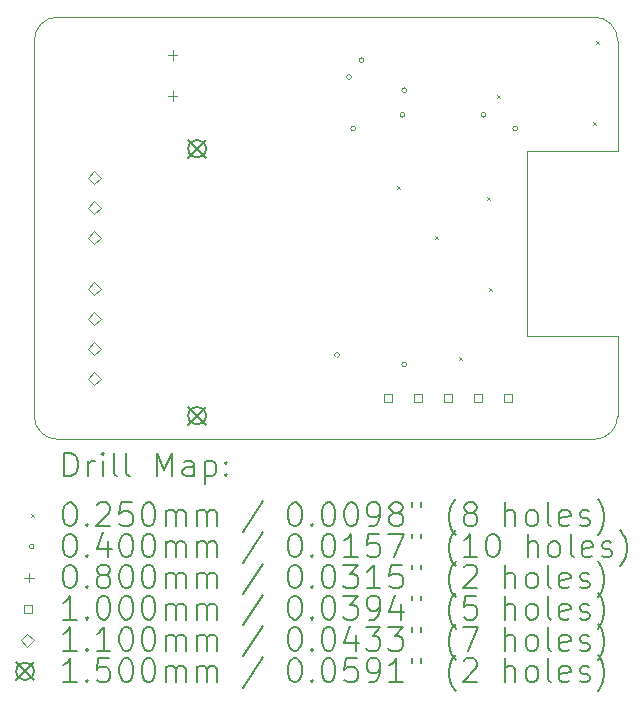
<source format=gbr>
%FSLAX45Y45*%
G04 Gerber Fmt 4.5, Leading zero omitted, Abs format (unit mm)*
G04 Created by KiCad (PCBNEW (6.0.1)) date 2022-11-28 18:30:30*
%MOMM*%
%LPD*%
G01*
G04 APERTURE LIST*
%TA.AperFunction,Profile*%
%ADD10C,0.050000*%
%TD*%
%ADD11C,0.200000*%
%ADD12C,0.025000*%
%ADD13C,0.040000*%
%ADD14C,0.080000*%
%ADD15C,0.100000*%
%ADD16C,0.110000*%
%ADD17C,0.150000*%
G04 APERTURE END LIST*
D10*
X-2474076Y-1607028D02*
G75*
G03*
X-2274076Y-1807028I200000J0D01*
G01*
X2266000Y-1807028D02*
G75*
G03*
X2466000Y-1607028I0J200000D01*
G01*
X2466000Y1570296D02*
G75*
G03*
X2266000Y1770296I-200000J0D01*
G01*
X1694826Y637148D02*
X1694826Y-931302D01*
X2466000Y637148D02*
X2466000Y1570296D01*
X2266000Y1770296D02*
X-2274076Y1770296D01*
X2466000Y-1607028D02*
X2466000Y-931405D01*
X-2474076Y1570296D02*
X-2474076Y-1607028D01*
X1694826Y-931302D02*
X2466000Y-931405D01*
X-2274076Y-1807028D02*
X2266000Y-1807028D01*
X2466000Y637148D02*
X1694826Y637148D01*
X-2274076Y1770296D02*
G75*
G03*
X-2474076Y1570296I0J-200000D01*
G01*
D11*
D12*
X595500Y339500D02*
X620500Y314500D01*
X620500Y339500D02*
X595500Y314500D01*
X918500Y-86500D02*
X943500Y-111500D01*
X943500Y-86500D02*
X918500Y-111500D01*
X1126500Y-1108500D02*
X1151500Y-1133500D01*
X1151500Y-1108500D02*
X1126500Y-1133500D01*
X1359500Y245500D02*
X1384500Y220500D01*
X1384500Y245500D02*
X1359500Y220500D01*
X1373500Y-522500D02*
X1398500Y-547500D01*
X1398500Y-522500D02*
X1373500Y-547500D01*
X1442500Y1108500D02*
X1467500Y1083500D01*
X1467500Y1108500D02*
X1442500Y1083500D01*
X2253500Y879500D02*
X2278500Y854500D01*
X2278500Y879500D02*
X2253500Y854500D01*
X2285500Y1567500D02*
X2310500Y1542500D01*
X2310500Y1567500D02*
X2285500Y1542500D01*
D13*
X109800Y-1090638D02*
G75*
G03*
X109800Y-1090638I-20000J0D01*
G01*
X211400Y1261280D02*
G75*
G03*
X211400Y1261280I-20000J0D01*
G01*
X246960Y824400D02*
G75*
G03*
X246960Y824400I-20000J0D01*
G01*
X318080Y1403520D02*
G75*
G03*
X318080Y1403520I-20000J0D01*
G01*
X663520Y941240D02*
G75*
G03*
X663520Y941240I-20000J0D01*
G01*
X678760Y1149520D02*
G75*
G03*
X678760Y1149520I-20000J0D01*
G01*
X678760Y-1172040D02*
G75*
G03*
X678760Y-1172040I-20000J0D01*
G01*
X678760Y-1172040D02*
G75*
G03*
X678760Y-1172040I-20000J0D01*
G01*
X1349320Y941240D02*
G75*
G03*
X1349320Y941240I-20000J0D01*
G01*
X1618560Y824400D02*
G75*
G03*
X1618560Y824400I-20000J0D01*
G01*
D14*
X-1302000Y1489735D02*
X-1302000Y1409735D01*
X-1342000Y1449735D02*
X-1262000Y1449735D01*
X-1302000Y1139735D02*
X-1302000Y1059735D01*
X-1342000Y1099735D02*
X-1262000Y1099735D01*
D15*
X558988Y-1494002D02*
X558988Y-1423290D01*
X488276Y-1423290D01*
X488276Y-1494002D01*
X558988Y-1494002D01*
X812988Y-1494002D02*
X812988Y-1423290D01*
X742276Y-1423290D01*
X742276Y-1494002D01*
X812988Y-1494002D01*
X1066988Y-1494002D02*
X1066988Y-1423290D01*
X996276Y-1423290D01*
X996276Y-1494002D01*
X1066988Y-1494002D01*
X1320988Y-1494002D02*
X1320988Y-1423290D01*
X1250276Y-1423290D01*
X1250276Y-1494002D01*
X1320988Y-1494002D01*
X1574988Y-1494002D02*
X1574988Y-1423290D01*
X1504276Y-1423290D01*
X1504276Y-1494002D01*
X1574988Y-1494002D01*
D16*
X-1967600Y352840D02*
X-1912600Y407840D01*
X-1967600Y462840D01*
X-2022600Y407840D01*
X-1967600Y352840D01*
X-1967600Y98840D02*
X-1912600Y153840D01*
X-1967600Y208840D01*
X-2022600Y153840D01*
X-1967600Y98840D01*
X-1967600Y-155160D02*
X-1912600Y-100160D01*
X-1967600Y-45160D01*
X-2022600Y-100160D01*
X-1967600Y-155160D01*
X-1967600Y-586960D02*
X-1912600Y-531960D01*
X-1967600Y-476960D01*
X-2022600Y-531960D01*
X-1967600Y-586960D01*
X-1967600Y-840960D02*
X-1912600Y-785960D01*
X-1967600Y-730960D01*
X-2022600Y-785960D01*
X-1967600Y-840960D01*
X-1967600Y-1094960D02*
X-1912600Y-1039960D01*
X-1967600Y-984960D01*
X-2022600Y-1039960D01*
X-1967600Y-1094960D01*
X-1967600Y-1348960D02*
X-1912600Y-1293960D01*
X-1967600Y-1238960D01*
X-2022600Y-1293960D01*
X-1967600Y-1348960D01*
D17*
X-1170000Y729200D02*
X-1020000Y579200D01*
X-1020000Y729200D02*
X-1170000Y579200D01*
X-1020000Y654200D02*
G75*
G03*
X-1020000Y654200I-75000J0D01*
G01*
X-1170000Y-1530800D02*
X-1020000Y-1680800D01*
X-1020000Y-1530800D02*
X-1170000Y-1680800D01*
X-1020000Y-1605800D02*
G75*
G03*
X-1020000Y-1605800I-75000J0D01*
G01*
D11*
X-2218957Y-2120004D02*
X-2218957Y-1920004D01*
X-2171338Y-1920004D01*
X-2142767Y-1929528D01*
X-2123719Y-1948576D01*
X-2114195Y-1967623D01*
X-2104671Y-2005718D01*
X-2104671Y-2034290D01*
X-2114195Y-2072385D01*
X-2123719Y-2091433D01*
X-2142767Y-2110480D01*
X-2171338Y-2120004D01*
X-2218957Y-2120004D01*
X-2018957Y-2120004D02*
X-2018957Y-1986671D01*
X-2018957Y-2024766D02*
X-2009433Y-2005718D01*
X-1999909Y-1996195D01*
X-1980862Y-1986671D01*
X-1961814Y-1986671D01*
X-1895147Y-2120004D02*
X-1895147Y-1986671D01*
X-1895147Y-1920004D02*
X-1904671Y-1929528D01*
X-1895147Y-1939052D01*
X-1885624Y-1929528D01*
X-1895147Y-1920004D01*
X-1895147Y-1939052D01*
X-1771338Y-2120004D02*
X-1790386Y-2110480D01*
X-1799909Y-2091433D01*
X-1799909Y-1920004D01*
X-1666576Y-2120004D02*
X-1685624Y-2110480D01*
X-1695147Y-2091433D01*
X-1695147Y-1920004D01*
X-1438005Y-2120004D02*
X-1438005Y-1920004D01*
X-1371338Y-2062861D01*
X-1304671Y-1920004D01*
X-1304671Y-2120004D01*
X-1123719Y-2120004D02*
X-1123719Y-2015242D01*
X-1133243Y-1996195D01*
X-1152290Y-1986671D01*
X-1190386Y-1986671D01*
X-1209433Y-1996195D01*
X-1123719Y-2110480D02*
X-1142767Y-2120004D01*
X-1190386Y-2120004D01*
X-1209433Y-2110480D01*
X-1218957Y-2091433D01*
X-1218957Y-2072385D01*
X-1209433Y-2053337D01*
X-1190386Y-2043814D01*
X-1142767Y-2043814D01*
X-1123719Y-2034290D01*
X-1028481Y-1986671D02*
X-1028481Y-2186671D01*
X-1028481Y-1996195D02*
X-1009433Y-1986671D01*
X-971338Y-1986671D01*
X-952290Y-1996195D01*
X-942766Y-2005718D01*
X-933243Y-2024766D01*
X-933243Y-2081909D01*
X-942766Y-2100957D01*
X-952290Y-2110480D01*
X-971338Y-2120004D01*
X-1009433Y-2120004D01*
X-1028481Y-2110480D01*
X-847528Y-2100957D02*
X-838005Y-2110480D01*
X-847528Y-2120004D01*
X-857052Y-2110480D01*
X-847528Y-2100957D01*
X-847528Y-2120004D01*
X-847528Y-1996195D02*
X-838005Y-2005718D01*
X-847528Y-2015242D01*
X-857052Y-2005718D01*
X-847528Y-1996195D01*
X-847528Y-2015242D01*
D12*
X-2501576Y-2437028D02*
X-2476576Y-2462028D01*
X-2476576Y-2437028D02*
X-2501576Y-2462028D01*
D11*
X-2180862Y-2340004D02*
X-2161814Y-2340004D01*
X-2142767Y-2349528D01*
X-2133243Y-2359052D01*
X-2123719Y-2378099D01*
X-2114195Y-2416195D01*
X-2114195Y-2463814D01*
X-2123719Y-2501909D01*
X-2133243Y-2520957D01*
X-2142767Y-2530480D01*
X-2161814Y-2540004D01*
X-2180862Y-2540004D01*
X-2199909Y-2530480D01*
X-2209433Y-2520957D01*
X-2218957Y-2501909D01*
X-2228481Y-2463814D01*
X-2228481Y-2416195D01*
X-2218957Y-2378099D01*
X-2209433Y-2359052D01*
X-2199909Y-2349528D01*
X-2180862Y-2340004D01*
X-2028481Y-2520957D02*
X-2018957Y-2530480D01*
X-2028481Y-2540004D01*
X-2038005Y-2530480D01*
X-2028481Y-2520957D01*
X-2028481Y-2540004D01*
X-1942766Y-2359052D02*
X-1933243Y-2349528D01*
X-1914195Y-2340004D01*
X-1866576Y-2340004D01*
X-1847528Y-2349528D01*
X-1838005Y-2359052D01*
X-1828481Y-2378099D01*
X-1828481Y-2397147D01*
X-1838005Y-2425718D01*
X-1952290Y-2540004D01*
X-1828481Y-2540004D01*
X-1647528Y-2340004D02*
X-1742766Y-2340004D01*
X-1752290Y-2435242D01*
X-1742766Y-2425718D01*
X-1723719Y-2416195D01*
X-1676100Y-2416195D01*
X-1657052Y-2425718D01*
X-1647528Y-2435242D01*
X-1638005Y-2454290D01*
X-1638005Y-2501909D01*
X-1647528Y-2520957D01*
X-1657052Y-2530480D01*
X-1676100Y-2540004D01*
X-1723719Y-2540004D01*
X-1742766Y-2530480D01*
X-1752290Y-2520957D01*
X-1514195Y-2340004D02*
X-1495147Y-2340004D01*
X-1476100Y-2349528D01*
X-1466576Y-2359052D01*
X-1457052Y-2378099D01*
X-1447528Y-2416195D01*
X-1447528Y-2463814D01*
X-1457052Y-2501909D01*
X-1466576Y-2520957D01*
X-1476100Y-2530480D01*
X-1495147Y-2540004D01*
X-1514195Y-2540004D01*
X-1533243Y-2530480D01*
X-1542766Y-2520957D01*
X-1552290Y-2501909D01*
X-1561814Y-2463814D01*
X-1561814Y-2416195D01*
X-1552290Y-2378099D01*
X-1542766Y-2359052D01*
X-1533243Y-2349528D01*
X-1514195Y-2340004D01*
X-1361814Y-2540004D02*
X-1361814Y-2406671D01*
X-1361814Y-2425718D02*
X-1352290Y-2416195D01*
X-1333243Y-2406671D01*
X-1304671Y-2406671D01*
X-1285624Y-2416195D01*
X-1276100Y-2435242D01*
X-1276100Y-2540004D01*
X-1276100Y-2435242D02*
X-1266576Y-2416195D01*
X-1247528Y-2406671D01*
X-1218957Y-2406671D01*
X-1199909Y-2416195D01*
X-1190386Y-2435242D01*
X-1190386Y-2540004D01*
X-1095148Y-2540004D02*
X-1095148Y-2406671D01*
X-1095148Y-2425718D02*
X-1085624Y-2416195D01*
X-1066576Y-2406671D01*
X-1038005Y-2406671D01*
X-1018957Y-2416195D01*
X-1009433Y-2435242D01*
X-1009433Y-2540004D01*
X-1009433Y-2435242D02*
X-999909Y-2416195D01*
X-980862Y-2406671D01*
X-952290Y-2406671D01*
X-933243Y-2416195D01*
X-923719Y-2435242D01*
X-923719Y-2540004D01*
X-533243Y-2330480D02*
X-704671Y-2587623D01*
X-276100Y-2340004D02*
X-257052Y-2340004D01*
X-238005Y-2349528D01*
X-228481Y-2359052D01*
X-218957Y-2378099D01*
X-209433Y-2416195D01*
X-209433Y-2463814D01*
X-218957Y-2501909D01*
X-228481Y-2520957D01*
X-238005Y-2530480D01*
X-257052Y-2540004D01*
X-276100Y-2540004D01*
X-295148Y-2530480D01*
X-304671Y-2520957D01*
X-314195Y-2501909D01*
X-323719Y-2463814D01*
X-323719Y-2416195D01*
X-314195Y-2378099D01*
X-304671Y-2359052D01*
X-295148Y-2349528D01*
X-276100Y-2340004D01*
X-123719Y-2520957D02*
X-114195Y-2530480D01*
X-123719Y-2540004D01*
X-133243Y-2530480D01*
X-123719Y-2520957D01*
X-123719Y-2540004D01*
X9614Y-2340004D02*
X28662Y-2340004D01*
X47710Y-2349528D01*
X57233Y-2359052D01*
X66757Y-2378099D01*
X76281Y-2416195D01*
X76281Y-2463814D01*
X66757Y-2501909D01*
X57233Y-2520957D01*
X47710Y-2530480D01*
X28662Y-2540004D01*
X9614Y-2540004D01*
X-9433Y-2530480D01*
X-18957Y-2520957D01*
X-28481Y-2501909D01*
X-38005Y-2463814D01*
X-38005Y-2416195D01*
X-28481Y-2378099D01*
X-18957Y-2359052D01*
X-9433Y-2349528D01*
X9614Y-2340004D01*
X200091Y-2340004D02*
X219138Y-2340004D01*
X238186Y-2349528D01*
X247710Y-2359052D01*
X257233Y-2378099D01*
X266757Y-2416195D01*
X266757Y-2463814D01*
X257233Y-2501909D01*
X247710Y-2520957D01*
X238186Y-2530480D01*
X219138Y-2540004D01*
X200091Y-2540004D01*
X181043Y-2530480D01*
X171519Y-2520957D01*
X161995Y-2501909D01*
X152472Y-2463814D01*
X152472Y-2416195D01*
X161995Y-2378099D01*
X171519Y-2359052D01*
X181043Y-2349528D01*
X200091Y-2340004D01*
X361995Y-2540004D02*
X400091Y-2540004D01*
X419138Y-2530480D01*
X428662Y-2520957D01*
X447710Y-2492385D01*
X457233Y-2454290D01*
X457233Y-2378099D01*
X447710Y-2359052D01*
X438186Y-2349528D01*
X419138Y-2340004D01*
X381043Y-2340004D01*
X361995Y-2349528D01*
X352472Y-2359052D01*
X342948Y-2378099D01*
X342948Y-2425718D01*
X352472Y-2444766D01*
X361995Y-2454290D01*
X381043Y-2463814D01*
X419138Y-2463814D01*
X438186Y-2454290D01*
X447710Y-2444766D01*
X457233Y-2425718D01*
X571519Y-2425718D02*
X552472Y-2416195D01*
X542948Y-2406671D01*
X533424Y-2387623D01*
X533424Y-2378099D01*
X542948Y-2359052D01*
X552472Y-2349528D01*
X571519Y-2340004D01*
X609614Y-2340004D01*
X628662Y-2349528D01*
X638186Y-2359052D01*
X647710Y-2378099D01*
X647710Y-2387623D01*
X638186Y-2406671D01*
X628662Y-2416195D01*
X609614Y-2425718D01*
X571519Y-2425718D01*
X552472Y-2435242D01*
X542948Y-2444766D01*
X533424Y-2463814D01*
X533424Y-2501909D01*
X542948Y-2520957D01*
X552472Y-2530480D01*
X571519Y-2540004D01*
X609614Y-2540004D01*
X628662Y-2530480D01*
X638186Y-2520957D01*
X647710Y-2501909D01*
X647710Y-2463814D01*
X638186Y-2444766D01*
X628662Y-2435242D01*
X609614Y-2425718D01*
X723900Y-2340004D02*
X723900Y-2378099D01*
X800091Y-2340004D02*
X800091Y-2378099D01*
X1095329Y-2616195D02*
X1085805Y-2606671D01*
X1066757Y-2578099D01*
X1057234Y-2559052D01*
X1047710Y-2530480D01*
X1038186Y-2482861D01*
X1038186Y-2444766D01*
X1047710Y-2397147D01*
X1057234Y-2368576D01*
X1066757Y-2349528D01*
X1085805Y-2320957D01*
X1095329Y-2311433D01*
X1200091Y-2425718D02*
X1181043Y-2416195D01*
X1171519Y-2406671D01*
X1161995Y-2387623D01*
X1161995Y-2378099D01*
X1171519Y-2359052D01*
X1181043Y-2349528D01*
X1200091Y-2340004D01*
X1238186Y-2340004D01*
X1257234Y-2349528D01*
X1266757Y-2359052D01*
X1276281Y-2378099D01*
X1276281Y-2387623D01*
X1266757Y-2406671D01*
X1257234Y-2416195D01*
X1238186Y-2425718D01*
X1200091Y-2425718D01*
X1181043Y-2435242D01*
X1171519Y-2444766D01*
X1161995Y-2463814D01*
X1161995Y-2501909D01*
X1171519Y-2520957D01*
X1181043Y-2530480D01*
X1200091Y-2540004D01*
X1238186Y-2540004D01*
X1257234Y-2530480D01*
X1266757Y-2520957D01*
X1276281Y-2501909D01*
X1276281Y-2463814D01*
X1266757Y-2444766D01*
X1257234Y-2435242D01*
X1238186Y-2425718D01*
X1514376Y-2540004D02*
X1514376Y-2340004D01*
X1600091Y-2540004D02*
X1600091Y-2435242D01*
X1590567Y-2416195D01*
X1571519Y-2406671D01*
X1542948Y-2406671D01*
X1523900Y-2416195D01*
X1514376Y-2425718D01*
X1723900Y-2540004D02*
X1704852Y-2530480D01*
X1695329Y-2520957D01*
X1685805Y-2501909D01*
X1685805Y-2444766D01*
X1695329Y-2425718D01*
X1704852Y-2416195D01*
X1723900Y-2406671D01*
X1752472Y-2406671D01*
X1771519Y-2416195D01*
X1781043Y-2425718D01*
X1790567Y-2444766D01*
X1790567Y-2501909D01*
X1781043Y-2520957D01*
X1771519Y-2530480D01*
X1752472Y-2540004D01*
X1723900Y-2540004D01*
X1904852Y-2540004D02*
X1885805Y-2530480D01*
X1876281Y-2511433D01*
X1876281Y-2340004D01*
X2057233Y-2530480D02*
X2038186Y-2540004D01*
X2000091Y-2540004D01*
X1981043Y-2530480D01*
X1971519Y-2511433D01*
X1971519Y-2435242D01*
X1981043Y-2416195D01*
X2000091Y-2406671D01*
X2038186Y-2406671D01*
X2057233Y-2416195D01*
X2066757Y-2435242D01*
X2066757Y-2454290D01*
X1971519Y-2473338D01*
X2142948Y-2530480D02*
X2161995Y-2540004D01*
X2200091Y-2540004D01*
X2219138Y-2530480D01*
X2228662Y-2511433D01*
X2228662Y-2501909D01*
X2219138Y-2482861D01*
X2200091Y-2473338D01*
X2171519Y-2473338D01*
X2152472Y-2463814D01*
X2142948Y-2444766D01*
X2142948Y-2435242D01*
X2152472Y-2416195D01*
X2171519Y-2406671D01*
X2200091Y-2406671D01*
X2219138Y-2416195D01*
X2295329Y-2616195D02*
X2304853Y-2606671D01*
X2323900Y-2578099D01*
X2333424Y-2559052D01*
X2342948Y-2530480D01*
X2352472Y-2482861D01*
X2352472Y-2444766D01*
X2342948Y-2397147D01*
X2333424Y-2368576D01*
X2323900Y-2349528D01*
X2304853Y-2320957D01*
X2295329Y-2311433D01*
D13*
X-2476576Y-2713528D02*
G75*
G03*
X-2476576Y-2713528I-20000J0D01*
G01*
D11*
X-2180862Y-2604004D02*
X-2161814Y-2604004D01*
X-2142767Y-2613528D01*
X-2133243Y-2623052D01*
X-2123719Y-2642099D01*
X-2114195Y-2680195D01*
X-2114195Y-2727814D01*
X-2123719Y-2765909D01*
X-2133243Y-2784957D01*
X-2142767Y-2794480D01*
X-2161814Y-2804004D01*
X-2180862Y-2804004D01*
X-2199909Y-2794480D01*
X-2209433Y-2784957D01*
X-2218957Y-2765909D01*
X-2228481Y-2727814D01*
X-2228481Y-2680195D01*
X-2218957Y-2642099D01*
X-2209433Y-2623052D01*
X-2199909Y-2613528D01*
X-2180862Y-2604004D01*
X-2028481Y-2784957D02*
X-2018957Y-2794480D01*
X-2028481Y-2804004D01*
X-2038005Y-2794480D01*
X-2028481Y-2784957D01*
X-2028481Y-2804004D01*
X-1847528Y-2670671D02*
X-1847528Y-2804004D01*
X-1895147Y-2594480D02*
X-1942766Y-2737338D01*
X-1818957Y-2737338D01*
X-1704671Y-2604004D02*
X-1685624Y-2604004D01*
X-1666576Y-2613528D01*
X-1657052Y-2623052D01*
X-1647528Y-2642099D01*
X-1638005Y-2680195D01*
X-1638005Y-2727814D01*
X-1647528Y-2765909D01*
X-1657052Y-2784957D01*
X-1666576Y-2794480D01*
X-1685624Y-2804004D01*
X-1704671Y-2804004D01*
X-1723719Y-2794480D01*
X-1733243Y-2784957D01*
X-1742766Y-2765909D01*
X-1752290Y-2727814D01*
X-1752290Y-2680195D01*
X-1742766Y-2642099D01*
X-1733243Y-2623052D01*
X-1723719Y-2613528D01*
X-1704671Y-2604004D01*
X-1514195Y-2604004D02*
X-1495147Y-2604004D01*
X-1476100Y-2613528D01*
X-1466576Y-2623052D01*
X-1457052Y-2642099D01*
X-1447528Y-2680195D01*
X-1447528Y-2727814D01*
X-1457052Y-2765909D01*
X-1466576Y-2784957D01*
X-1476100Y-2794480D01*
X-1495147Y-2804004D01*
X-1514195Y-2804004D01*
X-1533243Y-2794480D01*
X-1542766Y-2784957D01*
X-1552290Y-2765909D01*
X-1561814Y-2727814D01*
X-1561814Y-2680195D01*
X-1552290Y-2642099D01*
X-1542766Y-2623052D01*
X-1533243Y-2613528D01*
X-1514195Y-2604004D01*
X-1361814Y-2804004D02*
X-1361814Y-2670671D01*
X-1361814Y-2689718D02*
X-1352290Y-2680195D01*
X-1333243Y-2670671D01*
X-1304671Y-2670671D01*
X-1285624Y-2680195D01*
X-1276100Y-2699242D01*
X-1276100Y-2804004D01*
X-1276100Y-2699242D02*
X-1266576Y-2680195D01*
X-1247528Y-2670671D01*
X-1218957Y-2670671D01*
X-1199909Y-2680195D01*
X-1190386Y-2699242D01*
X-1190386Y-2804004D01*
X-1095148Y-2804004D02*
X-1095148Y-2670671D01*
X-1095148Y-2689718D02*
X-1085624Y-2680195D01*
X-1066576Y-2670671D01*
X-1038005Y-2670671D01*
X-1018957Y-2680195D01*
X-1009433Y-2699242D01*
X-1009433Y-2804004D01*
X-1009433Y-2699242D02*
X-999909Y-2680195D01*
X-980862Y-2670671D01*
X-952290Y-2670671D01*
X-933243Y-2680195D01*
X-923719Y-2699242D01*
X-923719Y-2804004D01*
X-533243Y-2594480D02*
X-704671Y-2851623D01*
X-276100Y-2604004D02*
X-257052Y-2604004D01*
X-238005Y-2613528D01*
X-228481Y-2623052D01*
X-218957Y-2642099D01*
X-209433Y-2680195D01*
X-209433Y-2727814D01*
X-218957Y-2765909D01*
X-228481Y-2784957D01*
X-238005Y-2794480D01*
X-257052Y-2804004D01*
X-276100Y-2804004D01*
X-295148Y-2794480D01*
X-304671Y-2784957D01*
X-314195Y-2765909D01*
X-323719Y-2727814D01*
X-323719Y-2680195D01*
X-314195Y-2642099D01*
X-304671Y-2623052D01*
X-295148Y-2613528D01*
X-276100Y-2604004D01*
X-123719Y-2784957D02*
X-114195Y-2794480D01*
X-123719Y-2804004D01*
X-133243Y-2794480D01*
X-123719Y-2784957D01*
X-123719Y-2804004D01*
X9614Y-2604004D02*
X28662Y-2604004D01*
X47710Y-2613528D01*
X57233Y-2623052D01*
X66757Y-2642099D01*
X76281Y-2680195D01*
X76281Y-2727814D01*
X66757Y-2765909D01*
X57233Y-2784957D01*
X47710Y-2794480D01*
X28662Y-2804004D01*
X9614Y-2804004D01*
X-9433Y-2794480D01*
X-18957Y-2784957D01*
X-28481Y-2765909D01*
X-38005Y-2727814D01*
X-38005Y-2680195D01*
X-28481Y-2642099D01*
X-18957Y-2623052D01*
X-9433Y-2613528D01*
X9614Y-2604004D01*
X266757Y-2804004D02*
X152472Y-2804004D01*
X209614Y-2804004D02*
X209614Y-2604004D01*
X190567Y-2632576D01*
X171519Y-2651623D01*
X152472Y-2661147D01*
X447710Y-2604004D02*
X352472Y-2604004D01*
X342948Y-2699242D01*
X352472Y-2689718D01*
X371519Y-2680195D01*
X419138Y-2680195D01*
X438186Y-2689718D01*
X447710Y-2699242D01*
X457233Y-2718290D01*
X457233Y-2765909D01*
X447710Y-2784957D01*
X438186Y-2794480D01*
X419138Y-2804004D01*
X371519Y-2804004D01*
X352472Y-2794480D01*
X342948Y-2784957D01*
X523900Y-2604004D02*
X657234Y-2604004D01*
X571519Y-2804004D01*
X723900Y-2604004D02*
X723900Y-2642099D01*
X800091Y-2604004D02*
X800091Y-2642099D01*
X1095329Y-2880195D02*
X1085805Y-2870671D01*
X1066757Y-2842099D01*
X1057234Y-2823052D01*
X1047710Y-2794480D01*
X1038186Y-2746861D01*
X1038186Y-2708766D01*
X1047710Y-2661147D01*
X1057234Y-2632576D01*
X1066757Y-2613528D01*
X1085805Y-2584957D01*
X1095329Y-2575433D01*
X1276281Y-2804004D02*
X1161995Y-2804004D01*
X1219138Y-2804004D02*
X1219138Y-2604004D01*
X1200091Y-2632576D01*
X1181043Y-2651623D01*
X1161995Y-2661147D01*
X1400091Y-2604004D02*
X1419138Y-2604004D01*
X1438186Y-2613528D01*
X1447710Y-2623052D01*
X1457233Y-2642099D01*
X1466757Y-2680195D01*
X1466757Y-2727814D01*
X1457233Y-2765909D01*
X1447710Y-2784957D01*
X1438186Y-2794480D01*
X1419138Y-2804004D01*
X1400091Y-2804004D01*
X1381043Y-2794480D01*
X1371519Y-2784957D01*
X1361995Y-2765909D01*
X1352472Y-2727814D01*
X1352472Y-2680195D01*
X1361995Y-2642099D01*
X1371519Y-2623052D01*
X1381043Y-2613528D01*
X1400091Y-2604004D01*
X1704852Y-2804004D02*
X1704852Y-2604004D01*
X1790567Y-2804004D02*
X1790567Y-2699242D01*
X1781043Y-2680195D01*
X1761995Y-2670671D01*
X1733424Y-2670671D01*
X1714376Y-2680195D01*
X1704852Y-2689718D01*
X1914376Y-2804004D02*
X1895329Y-2794480D01*
X1885805Y-2784957D01*
X1876281Y-2765909D01*
X1876281Y-2708766D01*
X1885805Y-2689718D01*
X1895329Y-2680195D01*
X1914376Y-2670671D01*
X1942948Y-2670671D01*
X1961995Y-2680195D01*
X1971519Y-2689718D01*
X1981043Y-2708766D01*
X1981043Y-2765909D01*
X1971519Y-2784957D01*
X1961995Y-2794480D01*
X1942948Y-2804004D01*
X1914376Y-2804004D01*
X2095329Y-2804004D02*
X2076281Y-2794480D01*
X2066757Y-2775433D01*
X2066757Y-2604004D01*
X2247710Y-2794480D02*
X2228662Y-2804004D01*
X2190567Y-2804004D01*
X2171519Y-2794480D01*
X2161995Y-2775433D01*
X2161995Y-2699242D01*
X2171519Y-2680195D01*
X2190567Y-2670671D01*
X2228662Y-2670671D01*
X2247710Y-2680195D01*
X2257234Y-2699242D01*
X2257234Y-2718290D01*
X2161995Y-2737338D01*
X2333424Y-2794480D02*
X2352472Y-2804004D01*
X2390567Y-2804004D01*
X2409614Y-2794480D01*
X2419138Y-2775433D01*
X2419138Y-2765909D01*
X2409614Y-2746861D01*
X2390567Y-2737338D01*
X2361995Y-2737338D01*
X2342948Y-2727814D01*
X2333424Y-2708766D01*
X2333424Y-2699242D01*
X2342948Y-2680195D01*
X2361995Y-2670671D01*
X2390567Y-2670671D01*
X2409614Y-2680195D01*
X2485805Y-2880195D02*
X2495329Y-2870671D01*
X2514376Y-2842099D01*
X2523900Y-2823052D01*
X2533424Y-2794480D01*
X2542948Y-2746861D01*
X2542948Y-2708766D01*
X2533424Y-2661147D01*
X2523900Y-2632576D01*
X2514376Y-2613528D01*
X2495329Y-2584957D01*
X2485805Y-2575433D01*
D14*
X-2516576Y-2937528D02*
X-2516576Y-3017528D01*
X-2556576Y-2977528D02*
X-2476576Y-2977528D01*
D11*
X-2180862Y-2868004D02*
X-2161814Y-2868004D01*
X-2142767Y-2877528D01*
X-2133243Y-2887052D01*
X-2123719Y-2906099D01*
X-2114195Y-2944195D01*
X-2114195Y-2991814D01*
X-2123719Y-3029909D01*
X-2133243Y-3048956D01*
X-2142767Y-3058480D01*
X-2161814Y-3068004D01*
X-2180862Y-3068004D01*
X-2199909Y-3058480D01*
X-2209433Y-3048956D01*
X-2218957Y-3029909D01*
X-2228481Y-2991814D01*
X-2228481Y-2944195D01*
X-2218957Y-2906099D01*
X-2209433Y-2887052D01*
X-2199909Y-2877528D01*
X-2180862Y-2868004D01*
X-2028481Y-3048956D02*
X-2018957Y-3058480D01*
X-2028481Y-3068004D01*
X-2038005Y-3058480D01*
X-2028481Y-3048956D01*
X-2028481Y-3068004D01*
X-1904671Y-2953718D02*
X-1923719Y-2944195D01*
X-1933243Y-2934671D01*
X-1942766Y-2915623D01*
X-1942766Y-2906099D01*
X-1933243Y-2887052D01*
X-1923719Y-2877528D01*
X-1904671Y-2868004D01*
X-1866576Y-2868004D01*
X-1847528Y-2877528D01*
X-1838005Y-2887052D01*
X-1828481Y-2906099D01*
X-1828481Y-2915623D01*
X-1838005Y-2934671D01*
X-1847528Y-2944195D01*
X-1866576Y-2953718D01*
X-1904671Y-2953718D01*
X-1923719Y-2963242D01*
X-1933243Y-2972766D01*
X-1942766Y-2991814D01*
X-1942766Y-3029909D01*
X-1933243Y-3048956D01*
X-1923719Y-3058480D01*
X-1904671Y-3068004D01*
X-1866576Y-3068004D01*
X-1847528Y-3058480D01*
X-1838005Y-3048956D01*
X-1828481Y-3029909D01*
X-1828481Y-2991814D01*
X-1838005Y-2972766D01*
X-1847528Y-2963242D01*
X-1866576Y-2953718D01*
X-1704671Y-2868004D02*
X-1685624Y-2868004D01*
X-1666576Y-2877528D01*
X-1657052Y-2887052D01*
X-1647528Y-2906099D01*
X-1638005Y-2944195D01*
X-1638005Y-2991814D01*
X-1647528Y-3029909D01*
X-1657052Y-3048956D01*
X-1666576Y-3058480D01*
X-1685624Y-3068004D01*
X-1704671Y-3068004D01*
X-1723719Y-3058480D01*
X-1733243Y-3048956D01*
X-1742766Y-3029909D01*
X-1752290Y-2991814D01*
X-1752290Y-2944195D01*
X-1742766Y-2906099D01*
X-1733243Y-2887052D01*
X-1723719Y-2877528D01*
X-1704671Y-2868004D01*
X-1514195Y-2868004D02*
X-1495147Y-2868004D01*
X-1476100Y-2877528D01*
X-1466576Y-2887052D01*
X-1457052Y-2906099D01*
X-1447528Y-2944195D01*
X-1447528Y-2991814D01*
X-1457052Y-3029909D01*
X-1466576Y-3048956D01*
X-1476100Y-3058480D01*
X-1495147Y-3068004D01*
X-1514195Y-3068004D01*
X-1533243Y-3058480D01*
X-1542766Y-3048956D01*
X-1552290Y-3029909D01*
X-1561814Y-2991814D01*
X-1561814Y-2944195D01*
X-1552290Y-2906099D01*
X-1542766Y-2887052D01*
X-1533243Y-2877528D01*
X-1514195Y-2868004D01*
X-1361814Y-3068004D02*
X-1361814Y-2934671D01*
X-1361814Y-2953718D02*
X-1352290Y-2944195D01*
X-1333243Y-2934671D01*
X-1304671Y-2934671D01*
X-1285624Y-2944195D01*
X-1276100Y-2963242D01*
X-1276100Y-3068004D01*
X-1276100Y-2963242D02*
X-1266576Y-2944195D01*
X-1247528Y-2934671D01*
X-1218957Y-2934671D01*
X-1199909Y-2944195D01*
X-1190386Y-2963242D01*
X-1190386Y-3068004D01*
X-1095148Y-3068004D02*
X-1095148Y-2934671D01*
X-1095148Y-2953718D02*
X-1085624Y-2944195D01*
X-1066576Y-2934671D01*
X-1038005Y-2934671D01*
X-1018957Y-2944195D01*
X-1009433Y-2963242D01*
X-1009433Y-3068004D01*
X-1009433Y-2963242D02*
X-999909Y-2944195D01*
X-980862Y-2934671D01*
X-952290Y-2934671D01*
X-933243Y-2944195D01*
X-923719Y-2963242D01*
X-923719Y-3068004D01*
X-533243Y-2858480D02*
X-704671Y-3115623D01*
X-276100Y-2868004D02*
X-257052Y-2868004D01*
X-238005Y-2877528D01*
X-228481Y-2887052D01*
X-218957Y-2906099D01*
X-209433Y-2944195D01*
X-209433Y-2991814D01*
X-218957Y-3029909D01*
X-228481Y-3048956D01*
X-238005Y-3058480D01*
X-257052Y-3068004D01*
X-276100Y-3068004D01*
X-295148Y-3058480D01*
X-304671Y-3048956D01*
X-314195Y-3029909D01*
X-323719Y-2991814D01*
X-323719Y-2944195D01*
X-314195Y-2906099D01*
X-304671Y-2887052D01*
X-295148Y-2877528D01*
X-276100Y-2868004D01*
X-123719Y-3048956D02*
X-114195Y-3058480D01*
X-123719Y-3068004D01*
X-133243Y-3058480D01*
X-123719Y-3048956D01*
X-123719Y-3068004D01*
X9614Y-2868004D02*
X28662Y-2868004D01*
X47710Y-2877528D01*
X57233Y-2887052D01*
X66757Y-2906099D01*
X76281Y-2944195D01*
X76281Y-2991814D01*
X66757Y-3029909D01*
X57233Y-3048956D01*
X47710Y-3058480D01*
X28662Y-3068004D01*
X9614Y-3068004D01*
X-9433Y-3058480D01*
X-18957Y-3048956D01*
X-28481Y-3029909D01*
X-38005Y-2991814D01*
X-38005Y-2944195D01*
X-28481Y-2906099D01*
X-18957Y-2887052D01*
X-9433Y-2877528D01*
X9614Y-2868004D01*
X142948Y-2868004D02*
X266757Y-2868004D01*
X200091Y-2944195D01*
X228662Y-2944195D01*
X247710Y-2953718D01*
X257233Y-2963242D01*
X266757Y-2982290D01*
X266757Y-3029909D01*
X257233Y-3048956D01*
X247710Y-3058480D01*
X228662Y-3068004D01*
X171519Y-3068004D01*
X152472Y-3058480D01*
X142948Y-3048956D01*
X457233Y-3068004D02*
X342948Y-3068004D01*
X400091Y-3068004D02*
X400091Y-2868004D01*
X381043Y-2896576D01*
X361995Y-2915623D01*
X342948Y-2925147D01*
X638186Y-2868004D02*
X542948Y-2868004D01*
X533424Y-2963242D01*
X542948Y-2953718D01*
X561995Y-2944195D01*
X609614Y-2944195D01*
X628662Y-2953718D01*
X638186Y-2963242D01*
X647710Y-2982290D01*
X647710Y-3029909D01*
X638186Y-3048956D01*
X628662Y-3058480D01*
X609614Y-3068004D01*
X561995Y-3068004D01*
X542948Y-3058480D01*
X533424Y-3048956D01*
X723900Y-2868004D02*
X723900Y-2906099D01*
X800091Y-2868004D02*
X800091Y-2906099D01*
X1095329Y-3144195D02*
X1085805Y-3134671D01*
X1066757Y-3106099D01*
X1057234Y-3087052D01*
X1047710Y-3058480D01*
X1038186Y-3010861D01*
X1038186Y-2972766D01*
X1047710Y-2925147D01*
X1057234Y-2896576D01*
X1066757Y-2877528D01*
X1085805Y-2848956D01*
X1095329Y-2839433D01*
X1161995Y-2887052D02*
X1171519Y-2877528D01*
X1190567Y-2868004D01*
X1238186Y-2868004D01*
X1257234Y-2877528D01*
X1266757Y-2887052D01*
X1276281Y-2906099D01*
X1276281Y-2925147D01*
X1266757Y-2953718D01*
X1152472Y-3068004D01*
X1276281Y-3068004D01*
X1514376Y-3068004D02*
X1514376Y-2868004D01*
X1600091Y-3068004D02*
X1600091Y-2963242D01*
X1590567Y-2944195D01*
X1571519Y-2934671D01*
X1542948Y-2934671D01*
X1523900Y-2944195D01*
X1514376Y-2953718D01*
X1723900Y-3068004D02*
X1704852Y-3058480D01*
X1695329Y-3048956D01*
X1685805Y-3029909D01*
X1685805Y-2972766D01*
X1695329Y-2953718D01*
X1704852Y-2944195D01*
X1723900Y-2934671D01*
X1752472Y-2934671D01*
X1771519Y-2944195D01*
X1781043Y-2953718D01*
X1790567Y-2972766D01*
X1790567Y-3029909D01*
X1781043Y-3048956D01*
X1771519Y-3058480D01*
X1752472Y-3068004D01*
X1723900Y-3068004D01*
X1904852Y-3068004D02*
X1885805Y-3058480D01*
X1876281Y-3039433D01*
X1876281Y-2868004D01*
X2057233Y-3058480D02*
X2038186Y-3068004D01*
X2000091Y-3068004D01*
X1981043Y-3058480D01*
X1971519Y-3039433D01*
X1971519Y-2963242D01*
X1981043Y-2944195D01*
X2000091Y-2934671D01*
X2038186Y-2934671D01*
X2057233Y-2944195D01*
X2066757Y-2963242D01*
X2066757Y-2982290D01*
X1971519Y-3001337D01*
X2142948Y-3058480D02*
X2161995Y-3068004D01*
X2200091Y-3068004D01*
X2219138Y-3058480D01*
X2228662Y-3039433D01*
X2228662Y-3029909D01*
X2219138Y-3010861D01*
X2200091Y-3001337D01*
X2171519Y-3001337D01*
X2152472Y-2991814D01*
X2142948Y-2972766D01*
X2142948Y-2963242D01*
X2152472Y-2944195D01*
X2171519Y-2934671D01*
X2200091Y-2934671D01*
X2219138Y-2944195D01*
X2295329Y-3144195D02*
X2304853Y-3134671D01*
X2323900Y-3106099D01*
X2333424Y-3087052D01*
X2342948Y-3058480D01*
X2352472Y-3010861D01*
X2352472Y-2972766D01*
X2342948Y-2925147D01*
X2333424Y-2896576D01*
X2323900Y-2877528D01*
X2304853Y-2848956D01*
X2295329Y-2839433D01*
D15*
X-2491220Y-3276884D02*
X-2491220Y-3206172D01*
X-2561932Y-3206172D01*
X-2561932Y-3276884D01*
X-2491220Y-3276884D01*
D11*
X-2114195Y-3332004D02*
X-2228481Y-3332004D01*
X-2171338Y-3332004D02*
X-2171338Y-3132004D01*
X-2190386Y-3160576D01*
X-2209433Y-3179623D01*
X-2228481Y-3189147D01*
X-2028481Y-3312956D02*
X-2018957Y-3322480D01*
X-2028481Y-3332004D01*
X-2038005Y-3322480D01*
X-2028481Y-3312956D01*
X-2028481Y-3332004D01*
X-1895147Y-3132004D02*
X-1876100Y-3132004D01*
X-1857052Y-3141528D01*
X-1847528Y-3151052D01*
X-1838005Y-3170099D01*
X-1828481Y-3208195D01*
X-1828481Y-3255814D01*
X-1838005Y-3293909D01*
X-1847528Y-3312956D01*
X-1857052Y-3322480D01*
X-1876100Y-3332004D01*
X-1895147Y-3332004D01*
X-1914195Y-3322480D01*
X-1923719Y-3312956D01*
X-1933243Y-3293909D01*
X-1942766Y-3255814D01*
X-1942766Y-3208195D01*
X-1933243Y-3170099D01*
X-1923719Y-3151052D01*
X-1914195Y-3141528D01*
X-1895147Y-3132004D01*
X-1704671Y-3132004D02*
X-1685624Y-3132004D01*
X-1666576Y-3141528D01*
X-1657052Y-3151052D01*
X-1647528Y-3170099D01*
X-1638005Y-3208195D01*
X-1638005Y-3255814D01*
X-1647528Y-3293909D01*
X-1657052Y-3312956D01*
X-1666576Y-3322480D01*
X-1685624Y-3332004D01*
X-1704671Y-3332004D01*
X-1723719Y-3322480D01*
X-1733243Y-3312956D01*
X-1742766Y-3293909D01*
X-1752290Y-3255814D01*
X-1752290Y-3208195D01*
X-1742766Y-3170099D01*
X-1733243Y-3151052D01*
X-1723719Y-3141528D01*
X-1704671Y-3132004D01*
X-1514195Y-3132004D02*
X-1495147Y-3132004D01*
X-1476100Y-3141528D01*
X-1466576Y-3151052D01*
X-1457052Y-3170099D01*
X-1447528Y-3208195D01*
X-1447528Y-3255814D01*
X-1457052Y-3293909D01*
X-1466576Y-3312956D01*
X-1476100Y-3322480D01*
X-1495147Y-3332004D01*
X-1514195Y-3332004D01*
X-1533243Y-3322480D01*
X-1542766Y-3312956D01*
X-1552290Y-3293909D01*
X-1561814Y-3255814D01*
X-1561814Y-3208195D01*
X-1552290Y-3170099D01*
X-1542766Y-3151052D01*
X-1533243Y-3141528D01*
X-1514195Y-3132004D01*
X-1361814Y-3332004D02*
X-1361814Y-3198671D01*
X-1361814Y-3217718D02*
X-1352290Y-3208195D01*
X-1333243Y-3198671D01*
X-1304671Y-3198671D01*
X-1285624Y-3208195D01*
X-1276100Y-3227242D01*
X-1276100Y-3332004D01*
X-1276100Y-3227242D02*
X-1266576Y-3208195D01*
X-1247528Y-3198671D01*
X-1218957Y-3198671D01*
X-1199909Y-3208195D01*
X-1190386Y-3227242D01*
X-1190386Y-3332004D01*
X-1095148Y-3332004D02*
X-1095148Y-3198671D01*
X-1095148Y-3217718D02*
X-1085624Y-3208195D01*
X-1066576Y-3198671D01*
X-1038005Y-3198671D01*
X-1018957Y-3208195D01*
X-1009433Y-3227242D01*
X-1009433Y-3332004D01*
X-1009433Y-3227242D02*
X-999909Y-3208195D01*
X-980862Y-3198671D01*
X-952290Y-3198671D01*
X-933243Y-3208195D01*
X-923719Y-3227242D01*
X-923719Y-3332004D01*
X-533243Y-3122480D02*
X-704671Y-3379623D01*
X-276100Y-3132004D02*
X-257052Y-3132004D01*
X-238005Y-3141528D01*
X-228481Y-3151052D01*
X-218957Y-3170099D01*
X-209433Y-3208195D01*
X-209433Y-3255814D01*
X-218957Y-3293909D01*
X-228481Y-3312956D01*
X-238005Y-3322480D01*
X-257052Y-3332004D01*
X-276100Y-3332004D01*
X-295148Y-3322480D01*
X-304671Y-3312956D01*
X-314195Y-3293909D01*
X-323719Y-3255814D01*
X-323719Y-3208195D01*
X-314195Y-3170099D01*
X-304671Y-3151052D01*
X-295148Y-3141528D01*
X-276100Y-3132004D01*
X-123719Y-3312956D02*
X-114195Y-3322480D01*
X-123719Y-3332004D01*
X-133243Y-3322480D01*
X-123719Y-3312956D01*
X-123719Y-3332004D01*
X9614Y-3132004D02*
X28662Y-3132004D01*
X47710Y-3141528D01*
X57233Y-3151052D01*
X66757Y-3170099D01*
X76281Y-3208195D01*
X76281Y-3255814D01*
X66757Y-3293909D01*
X57233Y-3312956D01*
X47710Y-3322480D01*
X28662Y-3332004D01*
X9614Y-3332004D01*
X-9433Y-3322480D01*
X-18957Y-3312956D01*
X-28481Y-3293909D01*
X-38005Y-3255814D01*
X-38005Y-3208195D01*
X-28481Y-3170099D01*
X-18957Y-3151052D01*
X-9433Y-3141528D01*
X9614Y-3132004D01*
X142948Y-3132004D02*
X266757Y-3132004D01*
X200091Y-3208195D01*
X228662Y-3208195D01*
X247710Y-3217718D01*
X257233Y-3227242D01*
X266757Y-3246290D01*
X266757Y-3293909D01*
X257233Y-3312956D01*
X247710Y-3322480D01*
X228662Y-3332004D01*
X171519Y-3332004D01*
X152472Y-3322480D01*
X142948Y-3312956D01*
X361995Y-3332004D02*
X400091Y-3332004D01*
X419138Y-3322480D01*
X428662Y-3312956D01*
X447710Y-3284385D01*
X457233Y-3246290D01*
X457233Y-3170099D01*
X447710Y-3151052D01*
X438186Y-3141528D01*
X419138Y-3132004D01*
X381043Y-3132004D01*
X361995Y-3141528D01*
X352472Y-3151052D01*
X342948Y-3170099D01*
X342948Y-3217718D01*
X352472Y-3236766D01*
X361995Y-3246290D01*
X381043Y-3255814D01*
X419138Y-3255814D01*
X438186Y-3246290D01*
X447710Y-3236766D01*
X457233Y-3217718D01*
X628662Y-3198671D02*
X628662Y-3332004D01*
X581043Y-3122480D02*
X533424Y-3265337D01*
X657234Y-3265337D01*
X723900Y-3132004D02*
X723900Y-3170099D01*
X800091Y-3132004D02*
X800091Y-3170099D01*
X1095329Y-3408195D02*
X1085805Y-3398671D01*
X1066757Y-3370099D01*
X1057234Y-3351052D01*
X1047710Y-3322480D01*
X1038186Y-3274861D01*
X1038186Y-3236766D01*
X1047710Y-3189147D01*
X1057234Y-3160576D01*
X1066757Y-3141528D01*
X1085805Y-3112956D01*
X1095329Y-3103433D01*
X1266757Y-3132004D02*
X1171519Y-3132004D01*
X1161995Y-3227242D01*
X1171519Y-3217718D01*
X1190567Y-3208195D01*
X1238186Y-3208195D01*
X1257234Y-3217718D01*
X1266757Y-3227242D01*
X1276281Y-3246290D01*
X1276281Y-3293909D01*
X1266757Y-3312956D01*
X1257234Y-3322480D01*
X1238186Y-3332004D01*
X1190567Y-3332004D01*
X1171519Y-3322480D01*
X1161995Y-3312956D01*
X1514376Y-3332004D02*
X1514376Y-3132004D01*
X1600091Y-3332004D02*
X1600091Y-3227242D01*
X1590567Y-3208195D01*
X1571519Y-3198671D01*
X1542948Y-3198671D01*
X1523900Y-3208195D01*
X1514376Y-3217718D01*
X1723900Y-3332004D02*
X1704852Y-3322480D01*
X1695329Y-3312956D01*
X1685805Y-3293909D01*
X1685805Y-3236766D01*
X1695329Y-3217718D01*
X1704852Y-3208195D01*
X1723900Y-3198671D01*
X1752472Y-3198671D01*
X1771519Y-3208195D01*
X1781043Y-3217718D01*
X1790567Y-3236766D01*
X1790567Y-3293909D01*
X1781043Y-3312956D01*
X1771519Y-3322480D01*
X1752472Y-3332004D01*
X1723900Y-3332004D01*
X1904852Y-3332004D02*
X1885805Y-3322480D01*
X1876281Y-3303433D01*
X1876281Y-3132004D01*
X2057233Y-3322480D02*
X2038186Y-3332004D01*
X2000091Y-3332004D01*
X1981043Y-3322480D01*
X1971519Y-3303433D01*
X1971519Y-3227242D01*
X1981043Y-3208195D01*
X2000091Y-3198671D01*
X2038186Y-3198671D01*
X2057233Y-3208195D01*
X2066757Y-3227242D01*
X2066757Y-3246290D01*
X1971519Y-3265337D01*
X2142948Y-3322480D02*
X2161995Y-3332004D01*
X2200091Y-3332004D01*
X2219138Y-3322480D01*
X2228662Y-3303433D01*
X2228662Y-3293909D01*
X2219138Y-3274861D01*
X2200091Y-3265337D01*
X2171519Y-3265337D01*
X2152472Y-3255814D01*
X2142948Y-3236766D01*
X2142948Y-3227242D01*
X2152472Y-3208195D01*
X2171519Y-3198671D01*
X2200091Y-3198671D01*
X2219138Y-3208195D01*
X2295329Y-3408195D02*
X2304853Y-3398671D01*
X2323900Y-3370099D01*
X2333424Y-3351052D01*
X2342948Y-3322480D01*
X2352472Y-3274861D01*
X2352472Y-3236766D01*
X2342948Y-3189147D01*
X2333424Y-3160576D01*
X2323900Y-3141528D01*
X2304853Y-3112956D01*
X2295329Y-3103433D01*
D16*
X-2531576Y-3560528D02*
X-2476576Y-3505528D01*
X-2531576Y-3450528D01*
X-2586576Y-3505528D01*
X-2531576Y-3560528D01*
D11*
X-2114195Y-3596004D02*
X-2228481Y-3596004D01*
X-2171338Y-3596004D02*
X-2171338Y-3396004D01*
X-2190386Y-3424576D01*
X-2209433Y-3443623D01*
X-2228481Y-3453147D01*
X-2028481Y-3576956D02*
X-2018957Y-3586480D01*
X-2028481Y-3596004D01*
X-2038005Y-3586480D01*
X-2028481Y-3576956D01*
X-2028481Y-3596004D01*
X-1828481Y-3596004D02*
X-1942766Y-3596004D01*
X-1885624Y-3596004D02*
X-1885624Y-3396004D01*
X-1904671Y-3424576D01*
X-1923719Y-3443623D01*
X-1942766Y-3453147D01*
X-1704671Y-3396004D02*
X-1685624Y-3396004D01*
X-1666576Y-3405528D01*
X-1657052Y-3415052D01*
X-1647528Y-3434099D01*
X-1638005Y-3472195D01*
X-1638005Y-3519814D01*
X-1647528Y-3557909D01*
X-1657052Y-3576956D01*
X-1666576Y-3586480D01*
X-1685624Y-3596004D01*
X-1704671Y-3596004D01*
X-1723719Y-3586480D01*
X-1733243Y-3576956D01*
X-1742766Y-3557909D01*
X-1752290Y-3519814D01*
X-1752290Y-3472195D01*
X-1742766Y-3434099D01*
X-1733243Y-3415052D01*
X-1723719Y-3405528D01*
X-1704671Y-3396004D01*
X-1514195Y-3396004D02*
X-1495147Y-3396004D01*
X-1476100Y-3405528D01*
X-1466576Y-3415052D01*
X-1457052Y-3434099D01*
X-1447528Y-3472195D01*
X-1447528Y-3519814D01*
X-1457052Y-3557909D01*
X-1466576Y-3576956D01*
X-1476100Y-3586480D01*
X-1495147Y-3596004D01*
X-1514195Y-3596004D01*
X-1533243Y-3586480D01*
X-1542766Y-3576956D01*
X-1552290Y-3557909D01*
X-1561814Y-3519814D01*
X-1561814Y-3472195D01*
X-1552290Y-3434099D01*
X-1542766Y-3415052D01*
X-1533243Y-3405528D01*
X-1514195Y-3396004D01*
X-1361814Y-3596004D02*
X-1361814Y-3462671D01*
X-1361814Y-3481718D02*
X-1352290Y-3472195D01*
X-1333243Y-3462671D01*
X-1304671Y-3462671D01*
X-1285624Y-3472195D01*
X-1276100Y-3491242D01*
X-1276100Y-3596004D01*
X-1276100Y-3491242D02*
X-1266576Y-3472195D01*
X-1247528Y-3462671D01*
X-1218957Y-3462671D01*
X-1199909Y-3472195D01*
X-1190386Y-3491242D01*
X-1190386Y-3596004D01*
X-1095148Y-3596004D02*
X-1095148Y-3462671D01*
X-1095148Y-3481718D02*
X-1085624Y-3472195D01*
X-1066576Y-3462671D01*
X-1038005Y-3462671D01*
X-1018957Y-3472195D01*
X-1009433Y-3491242D01*
X-1009433Y-3596004D01*
X-1009433Y-3491242D02*
X-999909Y-3472195D01*
X-980862Y-3462671D01*
X-952290Y-3462671D01*
X-933243Y-3472195D01*
X-923719Y-3491242D01*
X-923719Y-3596004D01*
X-533243Y-3386480D02*
X-704671Y-3643623D01*
X-276100Y-3396004D02*
X-257052Y-3396004D01*
X-238005Y-3405528D01*
X-228481Y-3415052D01*
X-218957Y-3434099D01*
X-209433Y-3472195D01*
X-209433Y-3519814D01*
X-218957Y-3557909D01*
X-228481Y-3576956D01*
X-238005Y-3586480D01*
X-257052Y-3596004D01*
X-276100Y-3596004D01*
X-295148Y-3586480D01*
X-304671Y-3576956D01*
X-314195Y-3557909D01*
X-323719Y-3519814D01*
X-323719Y-3472195D01*
X-314195Y-3434099D01*
X-304671Y-3415052D01*
X-295148Y-3405528D01*
X-276100Y-3396004D01*
X-123719Y-3576956D02*
X-114195Y-3586480D01*
X-123719Y-3596004D01*
X-133243Y-3586480D01*
X-123719Y-3576956D01*
X-123719Y-3596004D01*
X9614Y-3396004D02*
X28662Y-3396004D01*
X47710Y-3405528D01*
X57233Y-3415052D01*
X66757Y-3434099D01*
X76281Y-3472195D01*
X76281Y-3519814D01*
X66757Y-3557909D01*
X57233Y-3576956D01*
X47710Y-3586480D01*
X28662Y-3596004D01*
X9614Y-3596004D01*
X-9433Y-3586480D01*
X-18957Y-3576956D01*
X-28481Y-3557909D01*
X-38005Y-3519814D01*
X-38005Y-3472195D01*
X-28481Y-3434099D01*
X-18957Y-3415052D01*
X-9433Y-3405528D01*
X9614Y-3396004D01*
X247710Y-3462671D02*
X247710Y-3596004D01*
X200091Y-3386480D02*
X152472Y-3529337D01*
X276281Y-3529337D01*
X333424Y-3396004D02*
X457233Y-3396004D01*
X390567Y-3472195D01*
X419138Y-3472195D01*
X438186Y-3481718D01*
X447710Y-3491242D01*
X457233Y-3510290D01*
X457233Y-3557909D01*
X447710Y-3576956D01*
X438186Y-3586480D01*
X419138Y-3596004D01*
X361995Y-3596004D01*
X342948Y-3586480D01*
X333424Y-3576956D01*
X523900Y-3396004D02*
X647710Y-3396004D01*
X581043Y-3472195D01*
X609614Y-3472195D01*
X628662Y-3481718D01*
X638186Y-3491242D01*
X647710Y-3510290D01*
X647710Y-3557909D01*
X638186Y-3576956D01*
X628662Y-3586480D01*
X609614Y-3596004D01*
X552472Y-3596004D01*
X533424Y-3586480D01*
X523900Y-3576956D01*
X723900Y-3396004D02*
X723900Y-3434099D01*
X800091Y-3396004D02*
X800091Y-3434099D01*
X1095329Y-3672195D02*
X1085805Y-3662671D01*
X1066757Y-3634099D01*
X1057234Y-3615052D01*
X1047710Y-3586480D01*
X1038186Y-3538861D01*
X1038186Y-3500766D01*
X1047710Y-3453147D01*
X1057234Y-3424576D01*
X1066757Y-3405528D01*
X1085805Y-3376956D01*
X1095329Y-3367433D01*
X1152472Y-3396004D02*
X1285805Y-3396004D01*
X1200091Y-3596004D01*
X1514376Y-3596004D02*
X1514376Y-3396004D01*
X1600091Y-3596004D02*
X1600091Y-3491242D01*
X1590567Y-3472195D01*
X1571519Y-3462671D01*
X1542948Y-3462671D01*
X1523900Y-3472195D01*
X1514376Y-3481718D01*
X1723900Y-3596004D02*
X1704852Y-3586480D01*
X1695329Y-3576956D01*
X1685805Y-3557909D01*
X1685805Y-3500766D01*
X1695329Y-3481718D01*
X1704852Y-3472195D01*
X1723900Y-3462671D01*
X1752472Y-3462671D01*
X1771519Y-3472195D01*
X1781043Y-3481718D01*
X1790567Y-3500766D01*
X1790567Y-3557909D01*
X1781043Y-3576956D01*
X1771519Y-3586480D01*
X1752472Y-3596004D01*
X1723900Y-3596004D01*
X1904852Y-3596004D02*
X1885805Y-3586480D01*
X1876281Y-3567433D01*
X1876281Y-3396004D01*
X2057233Y-3586480D02*
X2038186Y-3596004D01*
X2000091Y-3596004D01*
X1981043Y-3586480D01*
X1971519Y-3567433D01*
X1971519Y-3491242D01*
X1981043Y-3472195D01*
X2000091Y-3462671D01*
X2038186Y-3462671D01*
X2057233Y-3472195D01*
X2066757Y-3491242D01*
X2066757Y-3510290D01*
X1971519Y-3529337D01*
X2142948Y-3586480D02*
X2161995Y-3596004D01*
X2200091Y-3596004D01*
X2219138Y-3586480D01*
X2228662Y-3567433D01*
X2228662Y-3557909D01*
X2219138Y-3538861D01*
X2200091Y-3529337D01*
X2171519Y-3529337D01*
X2152472Y-3519814D01*
X2142948Y-3500766D01*
X2142948Y-3491242D01*
X2152472Y-3472195D01*
X2171519Y-3462671D01*
X2200091Y-3462671D01*
X2219138Y-3472195D01*
X2295329Y-3672195D02*
X2304853Y-3662671D01*
X2323900Y-3634099D01*
X2333424Y-3615052D01*
X2342948Y-3586480D01*
X2352472Y-3538861D01*
X2352472Y-3500766D01*
X2342948Y-3453147D01*
X2333424Y-3424576D01*
X2323900Y-3405528D01*
X2304853Y-3376956D01*
X2295329Y-3367433D01*
D17*
X-2626576Y-3694528D02*
X-2476576Y-3844528D01*
X-2476576Y-3694528D02*
X-2626576Y-3844528D01*
X-2476576Y-3769528D02*
G75*
G03*
X-2476576Y-3769528I-75000J0D01*
G01*
D11*
X-2114195Y-3860004D02*
X-2228481Y-3860004D01*
X-2171338Y-3860004D02*
X-2171338Y-3660004D01*
X-2190386Y-3688576D01*
X-2209433Y-3707623D01*
X-2228481Y-3717147D01*
X-2028481Y-3840956D02*
X-2018957Y-3850480D01*
X-2028481Y-3860004D01*
X-2038005Y-3850480D01*
X-2028481Y-3840956D01*
X-2028481Y-3860004D01*
X-1838005Y-3660004D02*
X-1933243Y-3660004D01*
X-1942766Y-3755242D01*
X-1933243Y-3745718D01*
X-1914195Y-3736195D01*
X-1866576Y-3736195D01*
X-1847528Y-3745718D01*
X-1838005Y-3755242D01*
X-1828481Y-3774290D01*
X-1828481Y-3821909D01*
X-1838005Y-3840956D01*
X-1847528Y-3850480D01*
X-1866576Y-3860004D01*
X-1914195Y-3860004D01*
X-1933243Y-3850480D01*
X-1942766Y-3840956D01*
X-1704671Y-3660004D02*
X-1685624Y-3660004D01*
X-1666576Y-3669528D01*
X-1657052Y-3679052D01*
X-1647528Y-3698099D01*
X-1638005Y-3736195D01*
X-1638005Y-3783814D01*
X-1647528Y-3821909D01*
X-1657052Y-3840956D01*
X-1666576Y-3850480D01*
X-1685624Y-3860004D01*
X-1704671Y-3860004D01*
X-1723719Y-3850480D01*
X-1733243Y-3840956D01*
X-1742766Y-3821909D01*
X-1752290Y-3783814D01*
X-1752290Y-3736195D01*
X-1742766Y-3698099D01*
X-1733243Y-3679052D01*
X-1723719Y-3669528D01*
X-1704671Y-3660004D01*
X-1514195Y-3660004D02*
X-1495147Y-3660004D01*
X-1476100Y-3669528D01*
X-1466576Y-3679052D01*
X-1457052Y-3698099D01*
X-1447528Y-3736195D01*
X-1447528Y-3783814D01*
X-1457052Y-3821909D01*
X-1466576Y-3840956D01*
X-1476100Y-3850480D01*
X-1495147Y-3860004D01*
X-1514195Y-3860004D01*
X-1533243Y-3850480D01*
X-1542766Y-3840956D01*
X-1552290Y-3821909D01*
X-1561814Y-3783814D01*
X-1561814Y-3736195D01*
X-1552290Y-3698099D01*
X-1542766Y-3679052D01*
X-1533243Y-3669528D01*
X-1514195Y-3660004D01*
X-1361814Y-3860004D02*
X-1361814Y-3726671D01*
X-1361814Y-3745718D02*
X-1352290Y-3736195D01*
X-1333243Y-3726671D01*
X-1304671Y-3726671D01*
X-1285624Y-3736195D01*
X-1276100Y-3755242D01*
X-1276100Y-3860004D01*
X-1276100Y-3755242D02*
X-1266576Y-3736195D01*
X-1247528Y-3726671D01*
X-1218957Y-3726671D01*
X-1199909Y-3736195D01*
X-1190386Y-3755242D01*
X-1190386Y-3860004D01*
X-1095148Y-3860004D02*
X-1095148Y-3726671D01*
X-1095148Y-3745718D02*
X-1085624Y-3736195D01*
X-1066576Y-3726671D01*
X-1038005Y-3726671D01*
X-1018957Y-3736195D01*
X-1009433Y-3755242D01*
X-1009433Y-3860004D01*
X-1009433Y-3755242D02*
X-999909Y-3736195D01*
X-980862Y-3726671D01*
X-952290Y-3726671D01*
X-933243Y-3736195D01*
X-923719Y-3755242D01*
X-923719Y-3860004D01*
X-533243Y-3650480D02*
X-704671Y-3907623D01*
X-276100Y-3660004D02*
X-257052Y-3660004D01*
X-238005Y-3669528D01*
X-228481Y-3679052D01*
X-218957Y-3698099D01*
X-209433Y-3736195D01*
X-209433Y-3783814D01*
X-218957Y-3821909D01*
X-228481Y-3840956D01*
X-238005Y-3850480D01*
X-257052Y-3860004D01*
X-276100Y-3860004D01*
X-295148Y-3850480D01*
X-304671Y-3840956D01*
X-314195Y-3821909D01*
X-323719Y-3783814D01*
X-323719Y-3736195D01*
X-314195Y-3698099D01*
X-304671Y-3679052D01*
X-295148Y-3669528D01*
X-276100Y-3660004D01*
X-123719Y-3840956D02*
X-114195Y-3850480D01*
X-123719Y-3860004D01*
X-133243Y-3850480D01*
X-123719Y-3840956D01*
X-123719Y-3860004D01*
X9614Y-3660004D02*
X28662Y-3660004D01*
X47710Y-3669528D01*
X57233Y-3679052D01*
X66757Y-3698099D01*
X76281Y-3736195D01*
X76281Y-3783814D01*
X66757Y-3821909D01*
X57233Y-3840956D01*
X47710Y-3850480D01*
X28662Y-3860004D01*
X9614Y-3860004D01*
X-9433Y-3850480D01*
X-18957Y-3840956D01*
X-28481Y-3821909D01*
X-38005Y-3783814D01*
X-38005Y-3736195D01*
X-28481Y-3698099D01*
X-18957Y-3679052D01*
X-9433Y-3669528D01*
X9614Y-3660004D01*
X257233Y-3660004D02*
X161995Y-3660004D01*
X152472Y-3755242D01*
X161995Y-3745718D01*
X181043Y-3736195D01*
X228662Y-3736195D01*
X247710Y-3745718D01*
X257233Y-3755242D01*
X266757Y-3774290D01*
X266757Y-3821909D01*
X257233Y-3840956D01*
X247710Y-3850480D01*
X228662Y-3860004D01*
X181043Y-3860004D01*
X161995Y-3850480D01*
X152472Y-3840956D01*
X361995Y-3860004D02*
X400091Y-3860004D01*
X419138Y-3850480D01*
X428662Y-3840956D01*
X447710Y-3812385D01*
X457233Y-3774290D01*
X457233Y-3698099D01*
X447710Y-3679052D01*
X438186Y-3669528D01*
X419138Y-3660004D01*
X381043Y-3660004D01*
X361995Y-3669528D01*
X352472Y-3679052D01*
X342948Y-3698099D01*
X342948Y-3745718D01*
X352472Y-3764766D01*
X361995Y-3774290D01*
X381043Y-3783814D01*
X419138Y-3783814D01*
X438186Y-3774290D01*
X447710Y-3764766D01*
X457233Y-3745718D01*
X647710Y-3860004D02*
X533424Y-3860004D01*
X590567Y-3860004D02*
X590567Y-3660004D01*
X571519Y-3688576D01*
X552472Y-3707623D01*
X533424Y-3717147D01*
X723900Y-3660004D02*
X723900Y-3698099D01*
X800091Y-3660004D02*
X800091Y-3698099D01*
X1095329Y-3936195D02*
X1085805Y-3926671D01*
X1066757Y-3898099D01*
X1057234Y-3879052D01*
X1047710Y-3850480D01*
X1038186Y-3802861D01*
X1038186Y-3764766D01*
X1047710Y-3717147D01*
X1057234Y-3688576D01*
X1066757Y-3669528D01*
X1085805Y-3640956D01*
X1095329Y-3631433D01*
X1161995Y-3679052D02*
X1171519Y-3669528D01*
X1190567Y-3660004D01*
X1238186Y-3660004D01*
X1257234Y-3669528D01*
X1266757Y-3679052D01*
X1276281Y-3698099D01*
X1276281Y-3717147D01*
X1266757Y-3745718D01*
X1152472Y-3860004D01*
X1276281Y-3860004D01*
X1514376Y-3860004D02*
X1514376Y-3660004D01*
X1600091Y-3860004D02*
X1600091Y-3755242D01*
X1590567Y-3736195D01*
X1571519Y-3726671D01*
X1542948Y-3726671D01*
X1523900Y-3736195D01*
X1514376Y-3745718D01*
X1723900Y-3860004D02*
X1704852Y-3850480D01*
X1695329Y-3840956D01*
X1685805Y-3821909D01*
X1685805Y-3764766D01*
X1695329Y-3745718D01*
X1704852Y-3736195D01*
X1723900Y-3726671D01*
X1752472Y-3726671D01*
X1771519Y-3736195D01*
X1781043Y-3745718D01*
X1790567Y-3764766D01*
X1790567Y-3821909D01*
X1781043Y-3840956D01*
X1771519Y-3850480D01*
X1752472Y-3860004D01*
X1723900Y-3860004D01*
X1904852Y-3860004D02*
X1885805Y-3850480D01*
X1876281Y-3831433D01*
X1876281Y-3660004D01*
X2057233Y-3850480D02*
X2038186Y-3860004D01*
X2000091Y-3860004D01*
X1981043Y-3850480D01*
X1971519Y-3831433D01*
X1971519Y-3755242D01*
X1981043Y-3736195D01*
X2000091Y-3726671D01*
X2038186Y-3726671D01*
X2057233Y-3736195D01*
X2066757Y-3755242D01*
X2066757Y-3774290D01*
X1971519Y-3793337D01*
X2142948Y-3850480D02*
X2161995Y-3860004D01*
X2200091Y-3860004D01*
X2219138Y-3850480D01*
X2228662Y-3831433D01*
X2228662Y-3821909D01*
X2219138Y-3802861D01*
X2200091Y-3793337D01*
X2171519Y-3793337D01*
X2152472Y-3783814D01*
X2142948Y-3764766D01*
X2142948Y-3755242D01*
X2152472Y-3736195D01*
X2171519Y-3726671D01*
X2200091Y-3726671D01*
X2219138Y-3736195D01*
X2295329Y-3936195D02*
X2304853Y-3926671D01*
X2323900Y-3898099D01*
X2333424Y-3879052D01*
X2342948Y-3850480D01*
X2352472Y-3802861D01*
X2352472Y-3764766D01*
X2342948Y-3717147D01*
X2333424Y-3688576D01*
X2323900Y-3669528D01*
X2304853Y-3640956D01*
X2295329Y-3631433D01*
M02*

</source>
